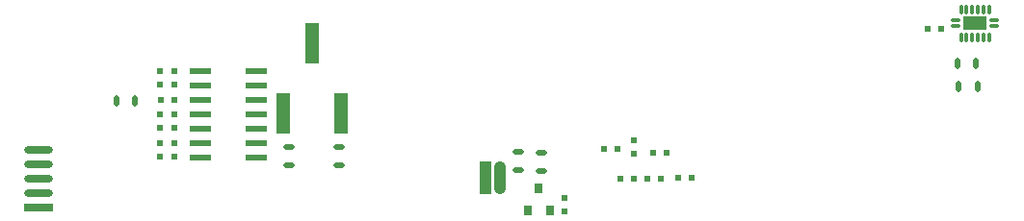
<source format=gbp>
G04*
G04 #@! TF.GenerationSoftware,Altium Limited,Altium Designer,19.1.5 (86)*
G04*
G04 Layer_Color=128*
%FSLAX25Y25*%
%MOIN*%
G70*
G01*
G75*
%ADD20R,0.02165X0.02165*%
%ADD32O,0.04000X0.02000*%
%ADD33O,0.02000X0.04000*%
%ADD40R,0.02165X0.02165*%
%ADD46R,0.03150X0.03543*%
%ADD105O,0.01181X0.03347*%
%ADD106O,0.03347X0.01181*%
%ADD107R,0.08465X0.04528*%
%ADD108R,0.10000X0.02500*%
%ADD109O,0.10000X0.02500*%
%ADD110R,0.07800X0.02200*%
%ADD111R,0.05158X0.13976*%
%ADD123R,0.04075X0.11575*%
%ADD124O,0.04075X0.11575*%
D20*
X319000Y135300D02*
D03*
Y130700D02*
D03*
X295000Y115300D02*
D03*
Y110700D02*
D03*
X155000Y139700D02*
D03*
Y144300D02*
D03*
Y134300D02*
D03*
Y129700D02*
D03*
X160000D02*
D03*
Y134300D02*
D03*
Y144300D02*
D03*
Y139700D02*
D03*
X155000Y154700D02*
D03*
Y159300D02*
D03*
X160000D02*
D03*
Y154700D02*
D03*
D32*
X199500Y126750D02*
D03*
Y133250D02*
D03*
X217000D02*
D03*
Y126750D02*
D03*
X287000Y131250D02*
D03*
Y124750D02*
D03*
X279000Y131500D02*
D03*
Y125000D02*
D03*
D33*
X437250Y162000D02*
D03*
X430750D02*
D03*
X431250Y154000D02*
D03*
X437750D02*
D03*
X139750Y149000D02*
D03*
X146250D02*
D03*
D40*
X420700Y174000D02*
D03*
X425300D02*
D03*
X308700Y132500D02*
D03*
X313300D02*
D03*
X325500Y131000D02*
D03*
X330100D02*
D03*
X338800Y122500D02*
D03*
X334200D02*
D03*
X328300Y122000D02*
D03*
X323700D02*
D03*
X318800D02*
D03*
X314200D02*
D03*
X159800Y149500D02*
D03*
X155200D02*
D03*
D46*
X286000Y118937D02*
D03*
X282260Y111063D02*
D03*
X289740D02*
D03*
D105*
X432079Y180724D02*
D03*
X434047D02*
D03*
X436016D02*
D03*
X437984D02*
D03*
X439953D02*
D03*
X441921D02*
D03*
Y171276D02*
D03*
X439953D02*
D03*
X437984D02*
D03*
X436016D02*
D03*
X434047D02*
D03*
X432079D02*
D03*
D106*
X443693Y176984D02*
D03*
Y175016D02*
D03*
X430307D02*
D03*
Y176984D02*
D03*
D107*
X437000Y176000D02*
D03*
D108*
X113000Y112000D02*
D03*
D109*
Y117000D02*
D03*
Y122000D02*
D03*
Y127000D02*
D03*
Y132000D02*
D03*
D110*
X168800Y129500D02*
D03*
Y134500D02*
D03*
Y139500D02*
D03*
Y144500D02*
D03*
Y149500D02*
D03*
Y154500D02*
D03*
Y159500D02*
D03*
X188200D02*
D03*
Y154500D02*
D03*
Y149500D02*
D03*
Y144500D02*
D03*
Y139500D02*
D03*
Y134500D02*
D03*
Y129500D02*
D03*
D111*
X197500Y144894D02*
D03*
X207500Y169106D02*
D03*
X217500Y144894D02*
D03*
D123*
X267500Y122500D02*
D03*
D124*
X272500D02*
D03*
M02*

</source>
